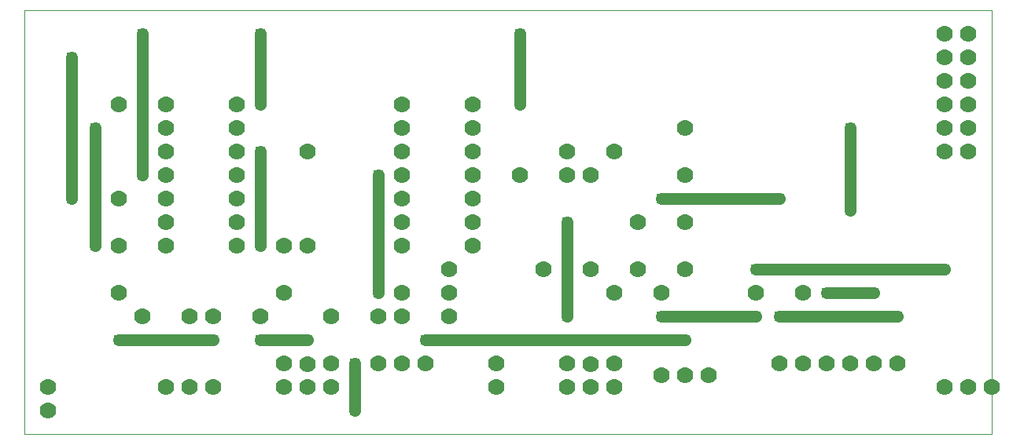
<source format=gtl>
G75*
%MOIN*%
%OFA0B0*%
%FSLAX25Y25*%
%IPPOS*%
%LPD*%
%AMOC8*
5,1,8,0,0,1.08239X$1,22.5*
%
%ADD10C,0.00000*%
%ADD11C,0.07000*%
%ADD12C,0.05000*%
%ADD13R,0.03962X0.03962*%
D10*
X0023919Y0032535D02*
X0023919Y0212535D01*
X0433919Y0212535D01*
X0433919Y0032535D01*
X0023919Y0032535D01*
D11*
X0033919Y0042535D03*
X0033919Y0052535D03*
X0083919Y0052535D03*
X0093919Y0052535D03*
X0103919Y0052535D03*
X0133919Y0052535D03*
X0143919Y0052535D03*
X0153919Y0052535D03*
X0153919Y0062535D03*
X0143919Y0062220D03*
X0133919Y0062535D03*
X0123919Y0082535D03*
X0133919Y0092535D03*
X0153919Y0082535D03*
X0173919Y0082535D03*
X0183919Y0082535D03*
X0183919Y0092535D03*
X0203919Y0092535D03*
X0203919Y0082535D03*
X0203919Y0102535D03*
X0213919Y0112535D03*
X0213919Y0122535D03*
X0213919Y0132535D03*
X0213919Y0142535D03*
X0213919Y0152535D03*
X0213919Y0162535D03*
X0213919Y0172535D03*
X0183919Y0172535D03*
X0183919Y0162535D03*
X0183919Y0152535D03*
X0183919Y0142535D03*
X0183919Y0132535D03*
X0183919Y0122535D03*
X0183919Y0112535D03*
X0143919Y0112535D03*
X0133919Y0112535D03*
X0113919Y0112535D03*
X0113919Y0122535D03*
X0113919Y0132535D03*
X0113919Y0142535D03*
X0113919Y0152535D03*
X0113919Y0162535D03*
X0113919Y0172535D03*
X0083919Y0172535D03*
X0083919Y0162535D03*
X0083919Y0152535D03*
X0083919Y0142535D03*
X0083919Y0132535D03*
X0083919Y0122535D03*
X0083919Y0112535D03*
X0063919Y0112535D03*
X0063919Y0132535D03*
X0063919Y0092535D03*
X0073919Y0082535D03*
X0093919Y0082535D03*
X0103919Y0082535D03*
X0173919Y0062535D03*
X0183919Y0062535D03*
X0193919Y0062535D03*
X0223919Y0062535D03*
X0223919Y0052535D03*
X0253919Y0052535D03*
X0263919Y0052535D03*
X0273919Y0052535D03*
X0273919Y0062535D03*
X0263919Y0062220D03*
X0253919Y0062535D03*
X0293919Y0057535D03*
X0303919Y0057535D03*
X0313919Y0057535D03*
X0343919Y0062535D03*
X0353919Y0062535D03*
X0363919Y0062535D03*
X0373919Y0062535D03*
X0383919Y0062535D03*
X0393919Y0062535D03*
X0413919Y0052535D03*
X0423919Y0052535D03*
X0433919Y0052535D03*
X0353919Y0092535D03*
X0333919Y0092535D03*
X0303919Y0102535D03*
X0293919Y0092535D03*
X0283919Y0102535D03*
X0273919Y0092535D03*
X0263919Y0102535D03*
X0243919Y0102535D03*
X0283919Y0122535D03*
X0303919Y0122535D03*
X0303919Y0142535D03*
X0273919Y0152535D03*
X0263919Y0142535D03*
X0253919Y0142535D03*
X0253919Y0152535D03*
X0233919Y0142535D03*
X0303919Y0162535D03*
X0413919Y0162535D03*
X0423919Y0162535D03*
X0423919Y0152535D03*
X0413919Y0152535D03*
X0413919Y0172535D03*
X0423919Y0172535D03*
X0423919Y0182535D03*
X0413919Y0182535D03*
X0413919Y0192535D03*
X0423919Y0192535D03*
X0423919Y0202535D03*
X0413919Y0202535D03*
X0143919Y0152535D03*
X0063919Y0172535D03*
D12*
X0053919Y0162535D02*
X0053919Y0112535D01*
X0043919Y0132535D02*
X0043919Y0192535D01*
X0073919Y0202535D02*
X0073919Y0142535D01*
X0123919Y0152535D02*
X0123919Y0112535D01*
X0173919Y0092535D02*
X0173919Y0142535D01*
X0123919Y0172535D02*
X0123919Y0202535D01*
X0233919Y0202535D02*
X0233919Y0172535D01*
X0293919Y0132535D02*
X0343919Y0132535D01*
X0373919Y0127535D02*
X0373919Y0162535D01*
X0333919Y0102535D02*
X0413919Y0102535D01*
X0383919Y0092535D02*
X0363919Y0092535D01*
X0343919Y0082535D02*
X0393919Y0082535D01*
X0333919Y0082535D02*
X0293919Y0082535D01*
X0303919Y0072535D02*
X0193919Y0072535D01*
X0163919Y0062535D02*
X0163919Y0042535D01*
X0143919Y0072535D02*
X0123919Y0072535D01*
X0103919Y0072535D02*
X0063919Y0072535D01*
X0253919Y0082535D02*
X0253919Y0122535D01*
D13*
X0253919Y0122535D03*
X0293919Y0132535D03*
X0333919Y0102535D03*
X0363919Y0092535D03*
X0343919Y0082535D03*
X0333919Y0082535D03*
X0303919Y0072535D03*
X0293919Y0082535D03*
X0253919Y0082535D03*
X0193919Y0072535D03*
X0163919Y0062535D03*
X0143919Y0072535D03*
X0123919Y0072535D03*
X0103919Y0072535D03*
X0063919Y0072535D03*
X0053919Y0112535D03*
X0043919Y0132535D03*
X0073919Y0142535D03*
X0073919Y0142535D03*
X0053919Y0162535D03*
X0043919Y0192535D03*
X0073919Y0202535D03*
X0123919Y0202535D03*
X0123919Y0202535D03*
X0123919Y0172535D03*
X0123919Y0172535D03*
X0123919Y0152535D03*
X0173919Y0142535D03*
X0123919Y0112535D03*
X0173919Y0092535D03*
X0163919Y0042535D03*
X0343919Y0132535D03*
X0373919Y0127535D03*
X0413919Y0102535D03*
X0383919Y0092535D03*
X0393919Y0082535D03*
X0373919Y0162535D03*
X0233919Y0172535D03*
X0233919Y0202535D03*
M02*

</source>
